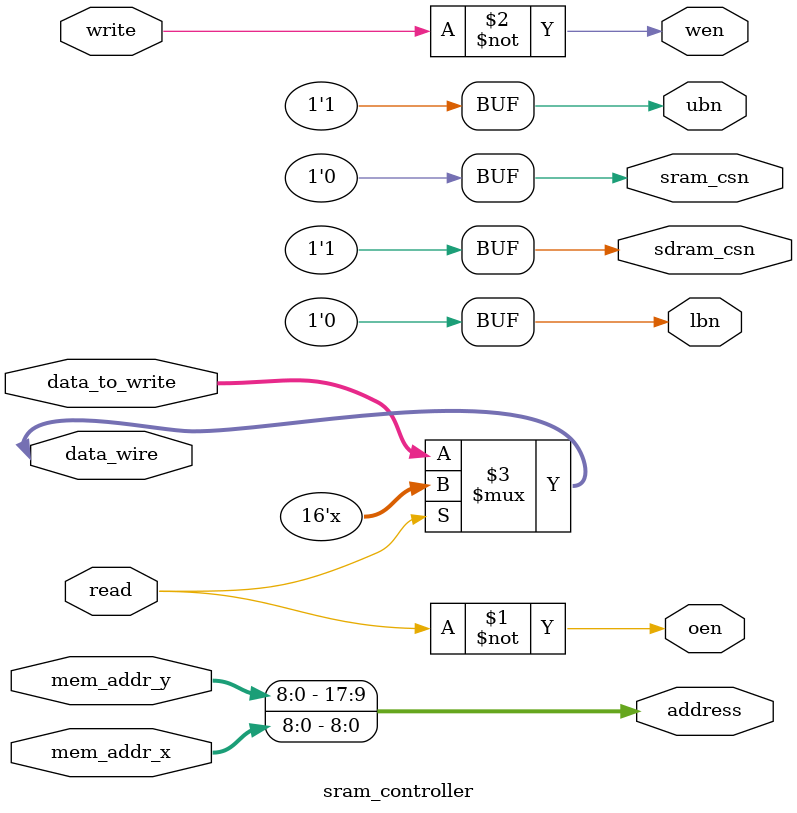
<source format=v>
module sram_controller(
	input read,
	input write,
	input [8:0] mem_addr_x,
	input [8:0] mem_addr_y,

	input [15:0] data_to_write,
	inout [15:0] data_wire,
	output [17:0] address,
	output sram_csn,
	output oen, //Olvasásengedélyezés
	output wen, //Írásengedélyezés
	output sdram_csn, //SDRAM engedélyezése
	output lbn, //Felso vagy alsó bájtba írnuk/-ból olvasunk
	output ubn
	);

	assign sram_csn = 0; //Az SRAM-ot folyamatosan engedÃ©lyezzÃ¼k
	assign sdram_csn = 1; //Az SDRAM-ot nem hasznÃ¡ljuk

	assign lbn = 0; //Az SRAM-nak csak az alsó bájtját használjuk minden címen
	assign ubn = 1;

	assign oen = ~read;
	assign wen = ~write;
	assign address = {mem_addr_y, mem_addr_x};
	//Ha olvasunk nagyimpedanciába tesszük a vezetékeket
	assign data_wire = read ? 16'bz : data_to_write;


endmodule

</source>
